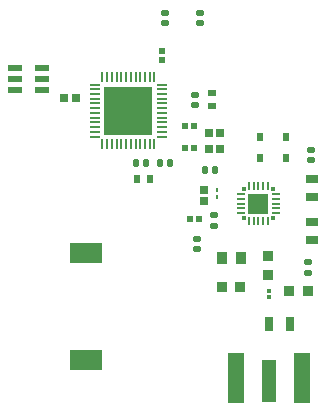
<source format=gtp>
G04*
G04 #@! TF.GenerationSoftware,Altium Limited,Altium Designer,22.11.1 (43)*
G04*
G04 Layer_Color=8421504*
%FSLAX25Y25*%
%MOIN*%
G70*
G04*
G04 #@! TF.SameCoordinates,40CF40E7-FDA6-4BEF-B87F-FA6DAB628F73*
G04*
G04*
G04 #@! TF.FilePolarity,Positive*
G04*
G01*
G75*
%ADD16R,0.02756X0.02559*%
G04:AMPARAMS|DCode=17|XSize=23.62mil|YSize=21.26mil|CornerRadius=5.63mil|HoleSize=0mil|Usage=FLASHONLY|Rotation=180.000|XOffset=0mil|YOffset=0mil|HoleType=Round|Shape=RoundedRectangle|*
%AMROUNDEDRECTD17*
21,1,0.02362,0.00999,0,0,180.0*
21,1,0.01235,0.02126,0,0,180.0*
1,1,0.01127,-0.00618,0.00500*
1,1,0.01127,0.00618,0.00500*
1,1,0.01127,0.00618,-0.00500*
1,1,0.01127,-0.00618,-0.00500*
%
%ADD17ROUNDEDRECTD17*%
%ADD18R,0.02441X0.02638*%
%ADD19R,0.02835X0.02047*%
%ADD20R,0.11024X0.06693*%
%ADD21R,0.05315X0.16535*%
%ADD22R,0.05000X0.14173*%
%ADD23R,0.00984X0.01378*%
%ADD24R,0.16299X0.16299*%
%ADD25O,0.00984X0.03740*%
%ADD26O,0.03740X0.00984*%
%ADD27R,0.02992X0.05000*%
%ADD28R,0.03701X0.03819*%
%ADD29R,0.01860X0.02029*%
%ADD30R,0.02029X0.01860*%
%ADD31R,0.01181X0.01181*%
%ADD32R,0.03150X0.00787*%
%ADD33R,0.00787X0.03150*%
%ADD34R,0.07087X0.07087*%
%ADD35R,0.02520X0.02677*%
%ADD36R,0.01299X0.01437*%
%ADD37R,0.03740X0.03937*%
%ADD38R,0.03819X0.03701*%
%ADD39R,0.03937X0.03150*%
%ADD40R,0.02047X0.02835*%
G04:AMPARAMS|DCode=41|XSize=23.62mil|YSize=21.26mil|CornerRadius=5.63mil|HoleSize=0mil|Usage=FLASHONLY|Rotation=270.000|XOffset=0mil|YOffset=0mil|HoleType=Round|Shape=RoundedRectangle|*
%AMROUNDEDRECTD41*
21,1,0.02362,0.00999,0,0,270.0*
21,1,0.01235,0.02126,0,0,270.0*
1,1,0.01127,-0.00500,-0.00618*
1,1,0.01127,-0.00500,0.00618*
1,1,0.01127,0.00500,0.00618*
1,1,0.01127,0.00500,-0.00618*
%
%ADD41ROUNDEDRECTD41*%
%ADD42R,0.04724X0.02362*%
D16*
X124016Y180315D02*
D03*
X120276D02*
D03*
X172242Y163386D02*
D03*
X168502D02*
D03*
X172242Y168914D02*
D03*
X168502D02*
D03*
D17*
X153937Y208780D02*
D03*
Y205394D02*
D03*
X165354Y208780D02*
D03*
Y205394D02*
D03*
X170065Y141311D02*
D03*
Y137925D02*
D03*
X164393Y130214D02*
D03*
Y133599D02*
D03*
X201575Y125666D02*
D03*
Y122281D02*
D03*
X202559Y159758D02*
D03*
Y163144D02*
D03*
X163878Y181516D02*
D03*
Y178130D02*
D03*
D18*
X193965Y167311D02*
D03*
X185304D02*
D03*
X193965Y160618D02*
D03*
X185304D02*
D03*
D19*
X169390Y177657D02*
D03*
Y181988D02*
D03*
D20*
X127559Y128937D02*
D03*
Y93110D02*
D03*
D21*
X199606Y87008D02*
D03*
X177362D02*
D03*
D22*
X188484Y86220D02*
D03*
D23*
X171010Y147539D02*
D03*
Y149705D02*
D03*
D24*
X141608Y176279D02*
D03*
D25*
X150270Y165059D02*
D03*
X148695D02*
D03*
X147120D02*
D03*
X145545D02*
D03*
X143971D02*
D03*
X142396D02*
D03*
X140821D02*
D03*
X139246D02*
D03*
X137671D02*
D03*
X136097D02*
D03*
X134522D02*
D03*
X132947D02*
D03*
Y187500D02*
D03*
X134522D02*
D03*
X136097D02*
D03*
X137671D02*
D03*
X139246D02*
D03*
X140821D02*
D03*
X142396D02*
D03*
X143971D02*
D03*
X145545D02*
D03*
X147120D02*
D03*
X148695D02*
D03*
X150270D02*
D03*
D26*
X130388Y167618D02*
D03*
Y169193D02*
D03*
Y170768D02*
D03*
Y172343D02*
D03*
Y173917D02*
D03*
Y175492D02*
D03*
Y177067D02*
D03*
Y178642D02*
D03*
Y180217D02*
D03*
Y181791D02*
D03*
Y183366D02*
D03*
Y184941D02*
D03*
X152829D02*
D03*
Y183366D02*
D03*
Y181791D02*
D03*
Y180217D02*
D03*
Y178642D02*
D03*
Y177067D02*
D03*
Y175492D02*
D03*
Y173917D02*
D03*
Y172343D02*
D03*
Y170768D02*
D03*
Y169193D02*
D03*
Y167618D02*
D03*
D27*
X188425Y104958D02*
D03*
X195433D02*
D03*
D28*
X201378Y116240D02*
D03*
X195157D02*
D03*
X172677Y117421D02*
D03*
X178898D02*
D03*
D29*
X152832Y196237D02*
D03*
Y193256D02*
D03*
D30*
X163337Y170984D02*
D03*
X160356D02*
D03*
X165038Y139961D02*
D03*
X162057D02*
D03*
X163337Y163881D02*
D03*
X160356D02*
D03*
D31*
X189826Y140329D02*
D03*
Y150171D02*
D03*
X179983D02*
D03*
Y140329D02*
D03*
D32*
X190810Y142101D02*
D03*
Y143675D02*
D03*
Y145250D02*
D03*
Y146825D02*
D03*
Y148400D02*
D03*
X178999D02*
D03*
Y146825D02*
D03*
Y145250D02*
D03*
Y143675D02*
D03*
Y142101D02*
D03*
D33*
X188054Y151156D02*
D03*
X186479D02*
D03*
X184905D02*
D03*
X183330D02*
D03*
X181755D02*
D03*
Y139345D02*
D03*
X183330D02*
D03*
X184905D02*
D03*
X186479D02*
D03*
X188054D02*
D03*
D34*
X184905Y145250D02*
D03*
D35*
X166663Y149635D02*
D03*
Y146170D02*
D03*
D36*
X188386Y116240D02*
D03*
Y114020D02*
D03*
D37*
X179035Y127025D02*
D03*
X172736D02*
D03*
D38*
X188147Y121576D02*
D03*
Y127796D02*
D03*
D39*
X202736Y147458D02*
D03*
Y153363D02*
D03*
Y139173D02*
D03*
Y133268D02*
D03*
D40*
X148721Y153369D02*
D03*
X144390D02*
D03*
D41*
X147559Y158858D02*
D03*
X144173D02*
D03*
X155450Y158881D02*
D03*
X152064D02*
D03*
X167152Y156595D02*
D03*
X170537D02*
D03*
D42*
X112795Y190453D02*
D03*
Y186713D02*
D03*
Y182972D02*
D03*
X103740D02*
D03*
Y186713D02*
D03*
Y190453D02*
D03*
M02*

</source>
